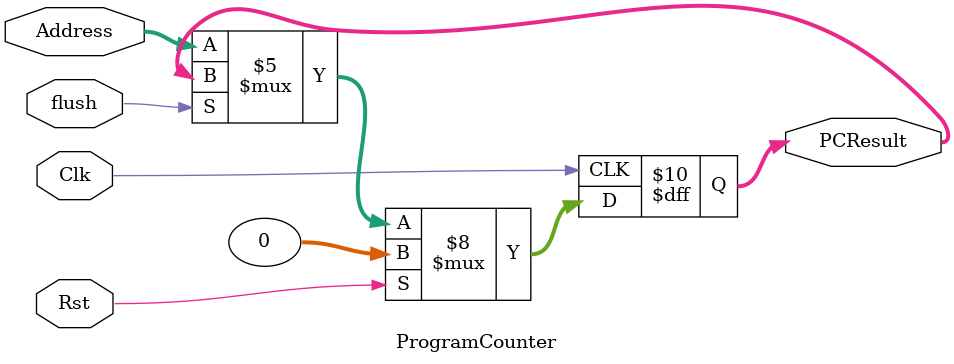
<source format=v>
`timescale 1ns / 1ps

module ProgramCounter(Address, PCResult, flush, Rst, Clk);
    
    input Rst, Clk, flush;
	input [31:0] Address;
	output reg [31:0] PCResult;
    
    always @(posedge Clk)begin
        if(Rst == 1) begin
                PCResult <= 0;
        end
        else if(flush == 1)begin
            //PCResult <= Address - 4;
        end
        else begin
            PCResult <= Address;
        end
    end

endmodule


</source>
